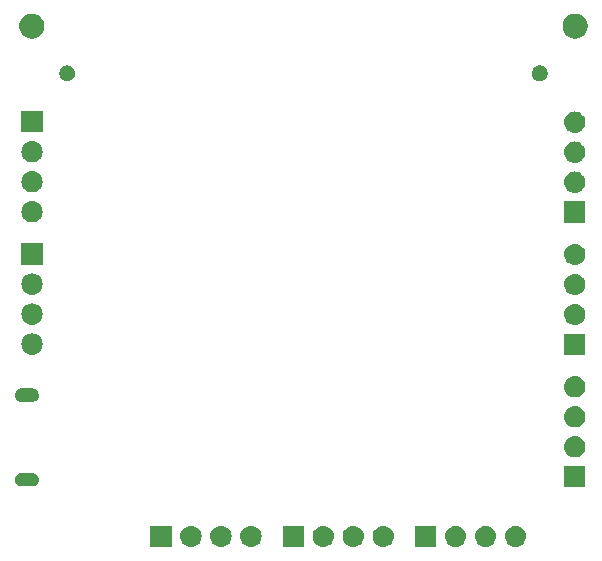
<source format=gbr>
G04 #@! TF.GenerationSoftware,KiCad,Pcbnew,(5.1.4)-1*
G04 #@! TF.CreationDate,2021-01-13T15:58:14-08:00*
G04 #@! TF.ProjectId,Fan Controller,46616e20-436f-46e7-9472-6f6c6c65722e,rev?*
G04 #@! TF.SameCoordinates,Original*
G04 #@! TF.FileFunction,Soldermask,Bot*
G04 #@! TF.FilePolarity,Negative*
%FSLAX46Y46*%
G04 Gerber Fmt 4.6, Leading zero omitted, Abs format (unit mm)*
G04 Created by KiCad (PCBNEW (5.1.4)-1) date 2021-01-13 15:58:14*
%MOMM*%
%LPD*%
G04 APERTURE LIST*
%ADD10C,0.100000*%
G04 APERTURE END LIST*
D10*
G36*
X67191843Y-93161719D02*
G01*
X67258027Y-93168237D01*
X67427866Y-93219757D01*
X67584391Y-93303422D01*
X67620129Y-93332752D01*
X67721586Y-93416014D01*
X67804848Y-93517471D01*
X67834178Y-93553209D01*
X67917843Y-93709734D01*
X67969363Y-93879573D01*
X67986759Y-94056200D01*
X67969363Y-94232827D01*
X67917843Y-94402666D01*
X67834178Y-94559191D01*
X67804848Y-94594929D01*
X67721586Y-94696386D01*
X67620129Y-94779648D01*
X67584391Y-94808978D01*
X67427866Y-94892643D01*
X67258027Y-94944163D01*
X67191842Y-94950682D01*
X67125660Y-94957200D01*
X67037140Y-94957200D01*
X66970958Y-94950682D01*
X66904773Y-94944163D01*
X66734934Y-94892643D01*
X66578409Y-94808978D01*
X66542671Y-94779648D01*
X66441214Y-94696386D01*
X66357952Y-94594929D01*
X66328622Y-94559191D01*
X66244957Y-94402666D01*
X66193437Y-94232827D01*
X66176041Y-94056200D01*
X66193437Y-93879573D01*
X66244957Y-93709734D01*
X66328622Y-93553209D01*
X66357952Y-93517471D01*
X66441214Y-93416014D01*
X66542671Y-93332752D01*
X66578409Y-93303422D01*
X66734934Y-93219757D01*
X66904773Y-93168237D01*
X66970957Y-93161719D01*
X67037140Y-93155200D01*
X67125660Y-93155200D01*
X67191843Y-93161719D01*
X67191843Y-93161719D01*
G37*
G36*
X92134643Y-93161719D02*
G01*
X92200827Y-93168237D01*
X92370666Y-93219757D01*
X92527191Y-93303422D01*
X92562929Y-93332752D01*
X92664386Y-93416014D01*
X92747648Y-93517471D01*
X92776978Y-93553209D01*
X92860643Y-93709734D01*
X92912163Y-93879573D01*
X92929559Y-94056200D01*
X92912163Y-94232827D01*
X92860643Y-94402666D01*
X92776978Y-94559191D01*
X92747648Y-94594929D01*
X92664386Y-94696386D01*
X92562929Y-94779648D01*
X92527191Y-94808978D01*
X92370666Y-94892643D01*
X92200827Y-94944163D01*
X92134642Y-94950682D01*
X92068460Y-94957200D01*
X91979940Y-94957200D01*
X91913758Y-94950682D01*
X91847573Y-94944163D01*
X91677734Y-94892643D01*
X91521209Y-94808978D01*
X91485471Y-94779648D01*
X91384014Y-94696386D01*
X91300752Y-94594929D01*
X91271422Y-94559191D01*
X91187757Y-94402666D01*
X91136237Y-94232827D01*
X91118841Y-94056200D01*
X91136237Y-93879573D01*
X91187757Y-93709734D01*
X91271422Y-93553209D01*
X91300752Y-93517471D01*
X91384014Y-93416014D01*
X91485471Y-93332752D01*
X91521209Y-93303422D01*
X91677734Y-93219757D01*
X91847573Y-93168237D01*
X91913757Y-93161719D01*
X91979940Y-93155200D01*
X92068460Y-93155200D01*
X92134643Y-93161719D01*
X92134643Y-93161719D01*
G37*
G36*
X65442400Y-94957200D02*
G01*
X63640400Y-94957200D01*
X63640400Y-93155200D01*
X65442400Y-93155200D01*
X65442400Y-94957200D01*
X65442400Y-94957200D01*
G37*
G36*
X69731843Y-93161719D02*
G01*
X69798027Y-93168237D01*
X69967866Y-93219757D01*
X70124391Y-93303422D01*
X70160129Y-93332752D01*
X70261586Y-93416014D01*
X70344848Y-93517471D01*
X70374178Y-93553209D01*
X70457843Y-93709734D01*
X70509363Y-93879573D01*
X70526759Y-94056200D01*
X70509363Y-94232827D01*
X70457843Y-94402666D01*
X70374178Y-94559191D01*
X70344848Y-94594929D01*
X70261586Y-94696386D01*
X70160129Y-94779648D01*
X70124391Y-94808978D01*
X69967866Y-94892643D01*
X69798027Y-94944163D01*
X69731842Y-94950682D01*
X69665660Y-94957200D01*
X69577140Y-94957200D01*
X69510958Y-94950682D01*
X69444773Y-94944163D01*
X69274934Y-94892643D01*
X69118409Y-94808978D01*
X69082671Y-94779648D01*
X68981214Y-94696386D01*
X68897952Y-94594929D01*
X68868622Y-94559191D01*
X68784957Y-94402666D01*
X68733437Y-94232827D01*
X68716041Y-94056200D01*
X68733437Y-93879573D01*
X68784957Y-93709734D01*
X68868622Y-93553209D01*
X68897952Y-93517471D01*
X68981214Y-93416014D01*
X69082671Y-93332752D01*
X69118409Y-93303422D01*
X69274934Y-93219757D01*
X69444773Y-93168237D01*
X69510957Y-93161719D01*
X69577140Y-93155200D01*
X69665660Y-93155200D01*
X69731843Y-93161719D01*
X69731843Y-93161719D01*
G37*
G36*
X94674643Y-93161719D02*
G01*
X94740827Y-93168237D01*
X94910666Y-93219757D01*
X95067191Y-93303422D01*
X95102929Y-93332752D01*
X95204386Y-93416014D01*
X95287648Y-93517471D01*
X95316978Y-93553209D01*
X95400643Y-93709734D01*
X95452163Y-93879573D01*
X95469559Y-94056200D01*
X95452163Y-94232827D01*
X95400643Y-94402666D01*
X95316978Y-94559191D01*
X95287648Y-94594929D01*
X95204386Y-94696386D01*
X95102929Y-94779648D01*
X95067191Y-94808978D01*
X94910666Y-94892643D01*
X94740827Y-94944163D01*
X94674642Y-94950682D01*
X94608460Y-94957200D01*
X94519940Y-94957200D01*
X94453758Y-94950682D01*
X94387573Y-94944163D01*
X94217734Y-94892643D01*
X94061209Y-94808978D01*
X94025471Y-94779648D01*
X93924014Y-94696386D01*
X93840752Y-94594929D01*
X93811422Y-94559191D01*
X93727757Y-94402666D01*
X93676237Y-94232827D01*
X93658841Y-94056200D01*
X93676237Y-93879573D01*
X93727757Y-93709734D01*
X93811422Y-93553209D01*
X93840752Y-93517471D01*
X93924014Y-93416014D01*
X94025471Y-93332752D01*
X94061209Y-93303422D01*
X94217734Y-93219757D01*
X94387573Y-93168237D01*
X94453757Y-93161719D01*
X94519940Y-93155200D01*
X94608460Y-93155200D01*
X94674643Y-93161719D01*
X94674643Y-93161719D01*
G37*
G36*
X89594643Y-93161719D02*
G01*
X89660827Y-93168237D01*
X89830666Y-93219757D01*
X89987191Y-93303422D01*
X90022929Y-93332752D01*
X90124386Y-93416014D01*
X90207648Y-93517471D01*
X90236978Y-93553209D01*
X90320643Y-93709734D01*
X90372163Y-93879573D01*
X90389559Y-94056200D01*
X90372163Y-94232827D01*
X90320643Y-94402666D01*
X90236978Y-94559191D01*
X90207648Y-94594929D01*
X90124386Y-94696386D01*
X90022929Y-94779648D01*
X89987191Y-94808978D01*
X89830666Y-94892643D01*
X89660827Y-94944163D01*
X89594642Y-94950682D01*
X89528460Y-94957200D01*
X89439940Y-94957200D01*
X89373758Y-94950682D01*
X89307573Y-94944163D01*
X89137734Y-94892643D01*
X88981209Y-94808978D01*
X88945471Y-94779648D01*
X88844014Y-94696386D01*
X88760752Y-94594929D01*
X88731422Y-94559191D01*
X88647757Y-94402666D01*
X88596237Y-94232827D01*
X88578841Y-94056200D01*
X88596237Y-93879573D01*
X88647757Y-93709734D01*
X88731422Y-93553209D01*
X88760752Y-93517471D01*
X88844014Y-93416014D01*
X88945471Y-93332752D01*
X88981209Y-93303422D01*
X89137734Y-93219757D01*
X89307573Y-93168237D01*
X89373757Y-93161719D01*
X89439940Y-93155200D01*
X89528460Y-93155200D01*
X89594643Y-93161719D01*
X89594643Y-93161719D01*
G37*
G36*
X87845200Y-94957200D02*
G01*
X86043200Y-94957200D01*
X86043200Y-93155200D01*
X87845200Y-93155200D01*
X87845200Y-94957200D01*
X87845200Y-94957200D01*
G37*
G36*
X83473243Y-93161719D02*
G01*
X83539427Y-93168237D01*
X83709266Y-93219757D01*
X83865791Y-93303422D01*
X83901529Y-93332752D01*
X84002986Y-93416014D01*
X84086248Y-93517471D01*
X84115578Y-93553209D01*
X84199243Y-93709734D01*
X84250763Y-93879573D01*
X84268159Y-94056200D01*
X84250763Y-94232827D01*
X84199243Y-94402666D01*
X84115578Y-94559191D01*
X84086248Y-94594929D01*
X84002986Y-94696386D01*
X83901529Y-94779648D01*
X83865791Y-94808978D01*
X83709266Y-94892643D01*
X83539427Y-94944163D01*
X83473242Y-94950682D01*
X83407060Y-94957200D01*
X83318540Y-94957200D01*
X83252358Y-94950682D01*
X83186173Y-94944163D01*
X83016334Y-94892643D01*
X82859809Y-94808978D01*
X82824071Y-94779648D01*
X82722614Y-94696386D01*
X82639352Y-94594929D01*
X82610022Y-94559191D01*
X82526357Y-94402666D01*
X82474837Y-94232827D01*
X82457441Y-94056200D01*
X82474837Y-93879573D01*
X82526357Y-93709734D01*
X82610022Y-93553209D01*
X82639352Y-93517471D01*
X82722614Y-93416014D01*
X82824071Y-93332752D01*
X82859809Y-93303422D01*
X83016334Y-93219757D01*
X83186173Y-93168237D01*
X83252357Y-93161719D01*
X83318540Y-93155200D01*
X83407060Y-93155200D01*
X83473243Y-93161719D01*
X83473243Y-93161719D01*
G37*
G36*
X80933243Y-93161719D02*
G01*
X80999427Y-93168237D01*
X81169266Y-93219757D01*
X81325791Y-93303422D01*
X81361529Y-93332752D01*
X81462986Y-93416014D01*
X81546248Y-93517471D01*
X81575578Y-93553209D01*
X81659243Y-93709734D01*
X81710763Y-93879573D01*
X81728159Y-94056200D01*
X81710763Y-94232827D01*
X81659243Y-94402666D01*
X81575578Y-94559191D01*
X81546248Y-94594929D01*
X81462986Y-94696386D01*
X81361529Y-94779648D01*
X81325791Y-94808978D01*
X81169266Y-94892643D01*
X80999427Y-94944163D01*
X80933242Y-94950682D01*
X80867060Y-94957200D01*
X80778540Y-94957200D01*
X80712358Y-94950682D01*
X80646173Y-94944163D01*
X80476334Y-94892643D01*
X80319809Y-94808978D01*
X80284071Y-94779648D01*
X80182614Y-94696386D01*
X80099352Y-94594929D01*
X80070022Y-94559191D01*
X79986357Y-94402666D01*
X79934837Y-94232827D01*
X79917441Y-94056200D01*
X79934837Y-93879573D01*
X79986357Y-93709734D01*
X80070022Y-93553209D01*
X80099352Y-93517471D01*
X80182614Y-93416014D01*
X80284071Y-93332752D01*
X80319809Y-93303422D01*
X80476334Y-93219757D01*
X80646173Y-93168237D01*
X80712357Y-93161719D01*
X80778540Y-93155200D01*
X80867060Y-93155200D01*
X80933243Y-93161719D01*
X80933243Y-93161719D01*
G37*
G36*
X78393243Y-93161719D02*
G01*
X78459427Y-93168237D01*
X78629266Y-93219757D01*
X78785791Y-93303422D01*
X78821529Y-93332752D01*
X78922986Y-93416014D01*
X79006248Y-93517471D01*
X79035578Y-93553209D01*
X79119243Y-93709734D01*
X79170763Y-93879573D01*
X79188159Y-94056200D01*
X79170763Y-94232827D01*
X79119243Y-94402666D01*
X79035578Y-94559191D01*
X79006248Y-94594929D01*
X78922986Y-94696386D01*
X78821529Y-94779648D01*
X78785791Y-94808978D01*
X78629266Y-94892643D01*
X78459427Y-94944163D01*
X78393242Y-94950682D01*
X78327060Y-94957200D01*
X78238540Y-94957200D01*
X78172358Y-94950682D01*
X78106173Y-94944163D01*
X77936334Y-94892643D01*
X77779809Y-94808978D01*
X77744071Y-94779648D01*
X77642614Y-94696386D01*
X77559352Y-94594929D01*
X77530022Y-94559191D01*
X77446357Y-94402666D01*
X77394837Y-94232827D01*
X77377441Y-94056200D01*
X77394837Y-93879573D01*
X77446357Y-93709734D01*
X77530022Y-93553209D01*
X77559352Y-93517471D01*
X77642614Y-93416014D01*
X77744071Y-93332752D01*
X77779809Y-93303422D01*
X77936334Y-93219757D01*
X78106173Y-93168237D01*
X78172357Y-93161719D01*
X78238540Y-93155200D01*
X78327060Y-93155200D01*
X78393243Y-93161719D01*
X78393243Y-93161719D01*
G37*
G36*
X76643800Y-94957200D02*
G01*
X74841800Y-94957200D01*
X74841800Y-93155200D01*
X76643800Y-93155200D01*
X76643800Y-94957200D01*
X76643800Y-94957200D01*
G37*
G36*
X72271843Y-93161719D02*
G01*
X72338027Y-93168237D01*
X72507866Y-93219757D01*
X72664391Y-93303422D01*
X72700129Y-93332752D01*
X72801586Y-93416014D01*
X72884848Y-93517471D01*
X72914178Y-93553209D01*
X72997843Y-93709734D01*
X73049363Y-93879573D01*
X73066759Y-94056200D01*
X73049363Y-94232827D01*
X72997843Y-94402666D01*
X72914178Y-94559191D01*
X72884848Y-94594929D01*
X72801586Y-94696386D01*
X72700129Y-94779648D01*
X72664391Y-94808978D01*
X72507866Y-94892643D01*
X72338027Y-94944163D01*
X72271842Y-94950682D01*
X72205660Y-94957200D01*
X72117140Y-94957200D01*
X72050958Y-94950682D01*
X71984773Y-94944163D01*
X71814934Y-94892643D01*
X71658409Y-94808978D01*
X71622671Y-94779648D01*
X71521214Y-94696386D01*
X71437952Y-94594929D01*
X71408622Y-94559191D01*
X71324957Y-94402666D01*
X71273437Y-94232827D01*
X71256041Y-94056200D01*
X71273437Y-93879573D01*
X71324957Y-93709734D01*
X71408622Y-93553209D01*
X71437952Y-93517471D01*
X71521214Y-93416014D01*
X71622671Y-93332752D01*
X71658409Y-93303422D01*
X71814934Y-93219757D01*
X71984773Y-93168237D01*
X72050957Y-93161719D01*
X72117140Y-93155200D01*
X72205660Y-93155200D01*
X72271843Y-93161719D01*
X72271843Y-93161719D01*
G37*
G36*
X100473000Y-89901200D02*
G01*
X98671000Y-89901200D01*
X98671000Y-88099200D01*
X100473000Y-88099200D01*
X100473000Y-89901200D01*
X100473000Y-89901200D01*
G37*
G36*
X53719316Y-88681534D02*
G01*
X53827892Y-88714471D01*
X53827895Y-88714472D01*
X53864001Y-88733771D01*
X53927957Y-88767956D01*
X54015664Y-88839936D01*
X54087644Y-88927643D01*
X54121829Y-88991599D01*
X54141128Y-89027705D01*
X54141129Y-89027708D01*
X54174066Y-89136284D01*
X54185187Y-89249200D01*
X54174066Y-89362116D01*
X54141129Y-89470692D01*
X54141128Y-89470695D01*
X54121829Y-89506801D01*
X54087644Y-89570757D01*
X54015664Y-89658464D01*
X53927957Y-89730444D01*
X53864001Y-89764629D01*
X53827895Y-89783928D01*
X53827892Y-89783929D01*
X53719316Y-89816866D01*
X53634698Y-89825200D01*
X52728102Y-89825200D01*
X52643484Y-89816866D01*
X52534908Y-89783929D01*
X52534905Y-89783928D01*
X52498799Y-89764629D01*
X52434843Y-89730444D01*
X52347136Y-89658464D01*
X52275156Y-89570757D01*
X52240971Y-89506801D01*
X52221672Y-89470695D01*
X52221671Y-89470692D01*
X52188734Y-89362116D01*
X52177613Y-89249200D01*
X52188734Y-89136284D01*
X52221671Y-89027708D01*
X52221672Y-89027705D01*
X52240971Y-88991599D01*
X52275156Y-88927643D01*
X52347136Y-88839936D01*
X52434843Y-88767956D01*
X52498799Y-88733771D01*
X52534905Y-88714472D01*
X52534908Y-88714471D01*
X52643484Y-88681534D01*
X52728102Y-88673200D01*
X53634698Y-88673200D01*
X53719316Y-88681534D01*
X53719316Y-88681534D01*
G37*
G36*
X99682442Y-85565718D02*
G01*
X99748627Y-85572237D01*
X99918466Y-85623757D01*
X100074991Y-85707422D01*
X100110729Y-85736752D01*
X100212186Y-85820014D01*
X100295448Y-85921471D01*
X100324778Y-85957209D01*
X100408443Y-86113734D01*
X100459963Y-86283573D01*
X100477359Y-86460200D01*
X100459963Y-86636827D01*
X100408443Y-86806666D01*
X100324778Y-86963191D01*
X100295448Y-86998929D01*
X100212186Y-87100386D01*
X100110729Y-87183648D01*
X100074991Y-87212978D01*
X99918466Y-87296643D01*
X99748627Y-87348163D01*
X99682443Y-87354681D01*
X99616260Y-87361200D01*
X99527740Y-87361200D01*
X99461557Y-87354681D01*
X99395373Y-87348163D01*
X99225534Y-87296643D01*
X99069009Y-87212978D01*
X99033271Y-87183648D01*
X98931814Y-87100386D01*
X98848552Y-86998929D01*
X98819222Y-86963191D01*
X98735557Y-86806666D01*
X98684037Y-86636827D01*
X98666641Y-86460200D01*
X98684037Y-86283573D01*
X98735557Y-86113734D01*
X98819222Y-85957209D01*
X98848552Y-85921471D01*
X98931814Y-85820014D01*
X99033271Y-85736752D01*
X99069009Y-85707422D01*
X99225534Y-85623757D01*
X99395373Y-85572237D01*
X99461558Y-85565718D01*
X99527740Y-85559200D01*
X99616260Y-85559200D01*
X99682442Y-85565718D01*
X99682442Y-85565718D01*
G37*
G36*
X99682443Y-83025719D02*
G01*
X99748627Y-83032237D01*
X99918466Y-83083757D01*
X100074991Y-83167422D01*
X100110729Y-83196752D01*
X100212186Y-83280014D01*
X100295448Y-83381471D01*
X100324778Y-83417209D01*
X100408443Y-83573734D01*
X100459963Y-83743573D01*
X100477359Y-83920200D01*
X100459963Y-84096827D01*
X100408443Y-84266666D01*
X100324778Y-84423191D01*
X100295448Y-84458929D01*
X100212186Y-84560386D01*
X100110729Y-84643648D01*
X100074991Y-84672978D01*
X99918466Y-84756643D01*
X99748627Y-84808163D01*
X99682443Y-84814681D01*
X99616260Y-84821200D01*
X99527740Y-84821200D01*
X99461557Y-84814681D01*
X99395373Y-84808163D01*
X99225534Y-84756643D01*
X99069009Y-84672978D01*
X99033271Y-84643648D01*
X98931814Y-84560386D01*
X98848552Y-84458929D01*
X98819222Y-84423191D01*
X98735557Y-84266666D01*
X98684037Y-84096827D01*
X98666641Y-83920200D01*
X98684037Y-83743573D01*
X98735557Y-83573734D01*
X98819222Y-83417209D01*
X98848552Y-83381471D01*
X98931814Y-83280014D01*
X99033271Y-83196752D01*
X99069009Y-83167422D01*
X99225534Y-83083757D01*
X99395373Y-83032237D01*
X99461557Y-83025719D01*
X99527740Y-83019200D01*
X99616260Y-83019200D01*
X99682443Y-83025719D01*
X99682443Y-83025719D01*
G37*
G36*
X53719316Y-81531534D02*
G01*
X53827892Y-81564471D01*
X53827895Y-81564472D01*
X53864001Y-81583771D01*
X53927957Y-81617956D01*
X54015664Y-81689936D01*
X54087644Y-81777643D01*
X54121829Y-81841599D01*
X54141128Y-81877705D01*
X54141129Y-81877708D01*
X54174066Y-81986284D01*
X54185187Y-82099200D01*
X54174066Y-82212116D01*
X54141129Y-82320692D01*
X54141128Y-82320695D01*
X54121829Y-82356801D01*
X54087644Y-82420757D01*
X54015664Y-82508464D01*
X53927957Y-82580444D01*
X53864001Y-82614629D01*
X53827895Y-82633928D01*
X53827892Y-82633929D01*
X53719316Y-82666866D01*
X53634698Y-82675200D01*
X52728102Y-82675200D01*
X52643484Y-82666866D01*
X52534908Y-82633929D01*
X52534905Y-82633928D01*
X52498799Y-82614629D01*
X52434843Y-82580444D01*
X52347136Y-82508464D01*
X52275156Y-82420757D01*
X52240971Y-82356801D01*
X52221672Y-82320695D01*
X52221671Y-82320692D01*
X52188734Y-82212116D01*
X52177613Y-82099200D01*
X52188734Y-81986284D01*
X52221671Y-81877708D01*
X52221672Y-81877705D01*
X52240971Y-81841599D01*
X52275156Y-81777643D01*
X52347136Y-81689936D01*
X52434843Y-81617956D01*
X52498799Y-81583771D01*
X52534905Y-81564472D01*
X52534908Y-81564471D01*
X52643484Y-81531534D01*
X52728102Y-81523200D01*
X53634698Y-81523200D01*
X53719316Y-81531534D01*
X53719316Y-81531534D01*
G37*
G36*
X99682443Y-80485719D02*
G01*
X99748627Y-80492237D01*
X99918466Y-80543757D01*
X100074991Y-80627422D01*
X100110729Y-80656752D01*
X100212186Y-80740014D01*
X100295448Y-80841471D01*
X100324778Y-80877209D01*
X100408443Y-81033734D01*
X100459963Y-81203573D01*
X100477359Y-81380200D01*
X100459963Y-81556827D01*
X100408443Y-81726666D01*
X100324778Y-81883191D01*
X100295448Y-81918929D01*
X100212186Y-82020386D01*
X100116149Y-82099200D01*
X100074991Y-82132978D01*
X99918466Y-82216643D01*
X99748627Y-82268163D01*
X99682442Y-82274682D01*
X99616260Y-82281200D01*
X99527740Y-82281200D01*
X99461558Y-82274682D01*
X99395373Y-82268163D01*
X99225534Y-82216643D01*
X99069009Y-82132978D01*
X99027851Y-82099200D01*
X98931814Y-82020386D01*
X98848552Y-81918929D01*
X98819222Y-81883191D01*
X98735557Y-81726666D01*
X98684037Y-81556827D01*
X98666641Y-81380200D01*
X98684037Y-81203573D01*
X98735557Y-81033734D01*
X98819222Y-80877209D01*
X98848552Y-80841471D01*
X98931814Y-80740014D01*
X99033271Y-80656752D01*
X99069009Y-80627422D01*
X99225534Y-80543757D01*
X99395373Y-80492237D01*
X99461557Y-80485719D01*
X99527740Y-80479200D01*
X99616260Y-80479200D01*
X99682443Y-80485719D01*
X99682443Y-80485719D01*
G37*
G36*
X100473000Y-78701200D02*
G01*
X98671000Y-78701200D01*
X98671000Y-76899200D01*
X100473000Y-76899200D01*
X100473000Y-78701200D01*
X100473000Y-78701200D01*
G37*
G36*
X53732443Y-76875719D02*
G01*
X53798627Y-76882237D01*
X53968466Y-76933757D01*
X54124991Y-77017422D01*
X54160729Y-77046752D01*
X54262186Y-77130014D01*
X54345448Y-77231471D01*
X54374778Y-77267209D01*
X54458443Y-77423734D01*
X54509963Y-77593573D01*
X54527359Y-77770200D01*
X54509963Y-77946827D01*
X54458443Y-78116666D01*
X54374778Y-78273191D01*
X54345448Y-78308929D01*
X54262186Y-78410386D01*
X54160729Y-78493648D01*
X54124991Y-78522978D01*
X53968466Y-78606643D01*
X53798627Y-78658163D01*
X53732443Y-78664681D01*
X53666260Y-78671200D01*
X53577740Y-78671200D01*
X53511557Y-78664681D01*
X53445373Y-78658163D01*
X53275534Y-78606643D01*
X53119009Y-78522978D01*
X53083271Y-78493648D01*
X52981814Y-78410386D01*
X52898552Y-78308929D01*
X52869222Y-78273191D01*
X52785557Y-78116666D01*
X52734037Y-77946827D01*
X52716641Y-77770200D01*
X52734037Y-77593573D01*
X52785557Y-77423734D01*
X52869222Y-77267209D01*
X52898552Y-77231471D01*
X52981814Y-77130014D01*
X53083271Y-77046752D01*
X53119009Y-77017422D01*
X53275534Y-76933757D01*
X53445373Y-76882237D01*
X53511557Y-76875719D01*
X53577740Y-76869200D01*
X53666260Y-76869200D01*
X53732443Y-76875719D01*
X53732443Y-76875719D01*
G37*
G36*
X99682442Y-74365718D02*
G01*
X99748627Y-74372237D01*
X99918466Y-74423757D01*
X100074991Y-74507422D01*
X100110729Y-74536752D01*
X100212186Y-74620014D01*
X100295448Y-74721471D01*
X100324778Y-74757209D01*
X100324779Y-74757211D01*
X100392407Y-74883732D01*
X100408443Y-74913734D01*
X100459963Y-75083573D01*
X100477359Y-75260200D01*
X100459963Y-75436827D01*
X100408443Y-75606666D01*
X100324778Y-75763191D01*
X100295448Y-75798929D01*
X100212186Y-75900386D01*
X100111546Y-75982978D01*
X100074991Y-76012978D01*
X100074989Y-76012979D01*
X99974594Y-76066642D01*
X99918466Y-76096643D01*
X99748627Y-76148163D01*
X99682442Y-76154682D01*
X99616260Y-76161200D01*
X99527740Y-76161200D01*
X99461558Y-76154682D01*
X99395373Y-76148163D01*
X99225534Y-76096643D01*
X99169407Y-76066642D01*
X99069011Y-76012979D01*
X99069009Y-76012978D01*
X99032454Y-75982978D01*
X98931814Y-75900386D01*
X98848552Y-75798929D01*
X98819222Y-75763191D01*
X98735557Y-75606666D01*
X98684037Y-75436827D01*
X98666641Y-75260200D01*
X98684037Y-75083573D01*
X98735557Y-74913734D01*
X98751594Y-74883732D01*
X98819221Y-74757211D01*
X98819222Y-74757209D01*
X98848552Y-74721471D01*
X98931814Y-74620014D01*
X99033271Y-74536752D01*
X99069009Y-74507422D01*
X99225534Y-74423757D01*
X99395373Y-74372237D01*
X99461558Y-74365718D01*
X99527740Y-74359200D01*
X99616260Y-74359200D01*
X99682442Y-74365718D01*
X99682442Y-74365718D01*
G37*
G36*
X53732442Y-74335718D02*
G01*
X53798627Y-74342237D01*
X53968466Y-74393757D01*
X53968468Y-74393758D01*
X54046729Y-74435590D01*
X54124991Y-74477422D01*
X54160729Y-74506752D01*
X54262186Y-74590014D01*
X54345448Y-74691471D01*
X54374778Y-74727209D01*
X54458443Y-74883734D01*
X54509963Y-75053573D01*
X54527359Y-75230200D01*
X54509963Y-75406827D01*
X54458443Y-75576666D01*
X54458442Y-75576668D01*
X54416611Y-75654928D01*
X54374778Y-75733191D01*
X54350159Y-75763189D01*
X54262186Y-75870386D01*
X54160729Y-75953648D01*
X54124991Y-75982978D01*
X53968466Y-76066643D01*
X53798627Y-76118163D01*
X53732443Y-76124681D01*
X53666260Y-76131200D01*
X53577740Y-76131200D01*
X53511557Y-76124681D01*
X53445373Y-76118163D01*
X53275534Y-76066643D01*
X53119009Y-75982978D01*
X53083271Y-75953648D01*
X52981814Y-75870386D01*
X52893841Y-75763189D01*
X52869222Y-75733191D01*
X52827389Y-75654928D01*
X52785558Y-75576668D01*
X52785557Y-75576666D01*
X52734037Y-75406827D01*
X52716641Y-75230200D01*
X52734037Y-75053573D01*
X52785557Y-74883734D01*
X52869222Y-74727209D01*
X52898552Y-74691471D01*
X52981814Y-74590014D01*
X53083271Y-74506752D01*
X53119009Y-74477422D01*
X53197271Y-74435590D01*
X53275532Y-74393758D01*
X53275534Y-74393757D01*
X53445373Y-74342237D01*
X53511558Y-74335718D01*
X53577740Y-74329200D01*
X53666260Y-74329200D01*
X53732442Y-74335718D01*
X53732442Y-74335718D01*
G37*
G36*
X99682442Y-71825718D02*
G01*
X99748627Y-71832237D01*
X99918466Y-71883757D01*
X100074991Y-71967422D01*
X100110729Y-71996752D01*
X100212186Y-72080014D01*
X100295448Y-72181471D01*
X100324778Y-72217209D01*
X100324779Y-72217211D01*
X100392407Y-72343732D01*
X100408443Y-72373734D01*
X100459963Y-72543573D01*
X100477359Y-72720200D01*
X100459963Y-72896827D01*
X100408443Y-73066666D01*
X100324778Y-73223191D01*
X100295448Y-73258929D01*
X100212186Y-73360386D01*
X100111546Y-73442978D01*
X100074991Y-73472978D01*
X100074989Y-73472979D01*
X99974594Y-73526642D01*
X99918466Y-73556643D01*
X99748627Y-73608163D01*
X99682443Y-73614681D01*
X99616260Y-73621200D01*
X99527740Y-73621200D01*
X99461557Y-73614681D01*
X99395373Y-73608163D01*
X99225534Y-73556643D01*
X99169407Y-73526642D01*
X99069011Y-73472979D01*
X99069009Y-73472978D01*
X99032454Y-73442978D01*
X98931814Y-73360386D01*
X98848552Y-73258929D01*
X98819222Y-73223191D01*
X98735557Y-73066666D01*
X98684037Y-72896827D01*
X98666641Y-72720200D01*
X98684037Y-72543573D01*
X98735557Y-72373734D01*
X98751594Y-72343732D01*
X98819221Y-72217211D01*
X98819222Y-72217209D01*
X98848552Y-72181471D01*
X98931814Y-72080014D01*
X99033271Y-71996752D01*
X99069009Y-71967422D01*
X99225534Y-71883757D01*
X99395373Y-71832237D01*
X99461558Y-71825718D01*
X99527740Y-71819200D01*
X99616260Y-71819200D01*
X99682442Y-71825718D01*
X99682442Y-71825718D01*
G37*
G36*
X53732443Y-71795719D02*
G01*
X53798627Y-71802237D01*
X53968466Y-71853757D01*
X53968468Y-71853758D01*
X54046729Y-71895590D01*
X54124991Y-71937422D01*
X54160729Y-71966752D01*
X54262186Y-72050014D01*
X54345448Y-72151471D01*
X54374778Y-72187209D01*
X54458443Y-72343734D01*
X54509963Y-72513573D01*
X54527359Y-72690200D01*
X54509963Y-72866827D01*
X54458443Y-73036666D01*
X54458442Y-73036668D01*
X54416611Y-73114928D01*
X54374778Y-73193191D01*
X54350159Y-73223189D01*
X54262186Y-73330386D01*
X54160729Y-73413648D01*
X54124991Y-73442978D01*
X53968466Y-73526643D01*
X53798627Y-73578163D01*
X53732443Y-73584681D01*
X53666260Y-73591200D01*
X53577740Y-73591200D01*
X53511557Y-73584681D01*
X53445373Y-73578163D01*
X53275534Y-73526643D01*
X53119009Y-73442978D01*
X53083271Y-73413648D01*
X52981814Y-73330386D01*
X52893841Y-73223189D01*
X52869222Y-73193191D01*
X52827389Y-73114928D01*
X52785558Y-73036668D01*
X52785557Y-73036666D01*
X52734037Y-72866827D01*
X52716641Y-72690200D01*
X52734037Y-72513573D01*
X52785557Y-72343734D01*
X52869222Y-72187209D01*
X52898552Y-72151471D01*
X52981814Y-72050014D01*
X53083271Y-71966752D01*
X53119009Y-71937422D01*
X53197271Y-71895590D01*
X53275532Y-71853758D01*
X53275534Y-71853757D01*
X53445373Y-71802237D01*
X53511557Y-71795719D01*
X53577740Y-71789200D01*
X53666260Y-71789200D01*
X53732443Y-71795719D01*
X53732443Y-71795719D01*
G37*
G36*
X99682443Y-69285719D02*
G01*
X99748627Y-69292237D01*
X99918466Y-69343757D01*
X100074991Y-69427422D01*
X100110729Y-69456752D01*
X100212186Y-69540014D01*
X100295448Y-69641471D01*
X100324778Y-69677209D01*
X100408443Y-69833734D01*
X100459963Y-70003573D01*
X100477359Y-70180200D01*
X100459963Y-70356827D01*
X100408443Y-70526666D01*
X100324778Y-70683191D01*
X100295448Y-70718929D01*
X100212186Y-70820386D01*
X100110729Y-70903648D01*
X100074991Y-70932978D01*
X99918466Y-71016643D01*
X99748627Y-71068163D01*
X99682442Y-71074682D01*
X99616260Y-71081200D01*
X99527740Y-71081200D01*
X99461558Y-71074682D01*
X99395373Y-71068163D01*
X99225534Y-71016643D01*
X99069009Y-70932978D01*
X99033271Y-70903648D01*
X98931814Y-70820386D01*
X98848552Y-70718929D01*
X98819222Y-70683191D01*
X98735557Y-70526666D01*
X98684037Y-70356827D01*
X98666641Y-70180200D01*
X98684037Y-70003573D01*
X98735557Y-69833734D01*
X98819222Y-69677209D01*
X98848552Y-69641471D01*
X98931814Y-69540014D01*
X99033271Y-69456752D01*
X99069009Y-69427422D01*
X99225534Y-69343757D01*
X99395373Y-69292237D01*
X99461557Y-69285719D01*
X99527740Y-69279200D01*
X99616260Y-69279200D01*
X99682443Y-69285719D01*
X99682443Y-69285719D01*
G37*
G36*
X54523000Y-71051200D02*
G01*
X52721000Y-71051200D01*
X52721000Y-69249200D01*
X54523000Y-69249200D01*
X54523000Y-71051200D01*
X54523000Y-71051200D01*
G37*
G36*
X100473000Y-67501200D02*
G01*
X98671000Y-67501200D01*
X98671000Y-65699200D01*
X100473000Y-65699200D01*
X100473000Y-67501200D01*
X100473000Y-67501200D01*
G37*
G36*
X53732442Y-65675718D02*
G01*
X53798627Y-65682237D01*
X53968466Y-65733757D01*
X54124991Y-65817422D01*
X54160729Y-65846752D01*
X54262186Y-65930014D01*
X54345448Y-66031471D01*
X54374778Y-66067209D01*
X54458443Y-66223734D01*
X54509963Y-66393573D01*
X54527359Y-66570200D01*
X54509963Y-66746827D01*
X54458443Y-66916666D01*
X54374778Y-67073191D01*
X54345448Y-67108929D01*
X54262186Y-67210386D01*
X54160729Y-67293648D01*
X54124991Y-67322978D01*
X53968466Y-67406643D01*
X53798627Y-67458163D01*
X53732443Y-67464681D01*
X53666260Y-67471200D01*
X53577740Y-67471200D01*
X53511557Y-67464681D01*
X53445373Y-67458163D01*
X53275534Y-67406643D01*
X53119009Y-67322978D01*
X53083271Y-67293648D01*
X52981814Y-67210386D01*
X52898552Y-67108929D01*
X52869222Y-67073191D01*
X52785557Y-66916666D01*
X52734037Y-66746827D01*
X52716641Y-66570200D01*
X52734037Y-66393573D01*
X52785557Y-66223734D01*
X52869222Y-66067209D01*
X52898552Y-66031471D01*
X52981814Y-65930014D01*
X53083271Y-65846752D01*
X53119009Y-65817422D01*
X53275534Y-65733757D01*
X53445373Y-65682237D01*
X53511558Y-65675718D01*
X53577740Y-65669200D01*
X53666260Y-65669200D01*
X53732442Y-65675718D01*
X53732442Y-65675718D01*
G37*
G36*
X99682443Y-63165719D02*
G01*
X99748627Y-63172237D01*
X99918466Y-63223757D01*
X100074991Y-63307422D01*
X100110729Y-63336752D01*
X100212186Y-63420014D01*
X100295448Y-63521471D01*
X100324778Y-63557209D01*
X100324779Y-63557211D01*
X100392407Y-63683732D01*
X100408443Y-63713734D01*
X100459963Y-63883573D01*
X100477359Y-64060200D01*
X100459963Y-64236827D01*
X100408443Y-64406666D01*
X100324778Y-64563191D01*
X100295448Y-64598929D01*
X100212186Y-64700386D01*
X100111546Y-64782978D01*
X100074991Y-64812978D01*
X100074989Y-64812979D01*
X99974594Y-64866642D01*
X99918466Y-64896643D01*
X99748627Y-64948163D01*
X99682443Y-64954681D01*
X99616260Y-64961200D01*
X99527740Y-64961200D01*
X99461557Y-64954681D01*
X99395373Y-64948163D01*
X99225534Y-64896643D01*
X99169407Y-64866642D01*
X99069011Y-64812979D01*
X99069009Y-64812978D01*
X99032454Y-64782978D01*
X98931814Y-64700386D01*
X98848552Y-64598929D01*
X98819222Y-64563191D01*
X98735557Y-64406666D01*
X98684037Y-64236827D01*
X98666641Y-64060200D01*
X98684037Y-63883573D01*
X98735557Y-63713734D01*
X98751594Y-63683732D01*
X98819221Y-63557211D01*
X98819222Y-63557209D01*
X98848552Y-63521471D01*
X98931814Y-63420014D01*
X99033271Y-63336752D01*
X99069009Y-63307422D01*
X99225534Y-63223757D01*
X99395373Y-63172237D01*
X99461557Y-63165719D01*
X99527740Y-63159200D01*
X99616260Y-63159200D01*
X99682443Y-63165719D01*
X99682443Y-63165719D01*
G37*
G36*
X53732443Y-63135719D02*
G01*
X53798627Y-63142237D01*
X53968466Y-63193757D01*
X53968468Y-63193758D01*
X54046729Y-63235590D01*
X54124991Y-63277422D01*
X54160729Y-63306752D01*
X54262186Y-63390014D01*
X54345448Y-63491471D01*
X54374778Y-63527209D01*
X54458443Y-63683734D01*
X54509963Y-63853573D01*
X54527359Y-64030200D01*
X54509963Y-64206827D01*
X54458443Y-64376666D01*
X54458442Y-64376668D01*
X54416611Y-64454928D01*
X54374778Y-64533191D01*
X54350159Y-64563189D01*
X54262186Y-64670386D01*
X54160729Y-64753648D01*
X54124991Y-64782978D01*
X53968466Y-64866643D01*
X53798627Y-64918163D01*
X53732442Y-64924682D01*
X53666260Y-64931200D01*
X53577740Y-64931200D01*
X53511558Y-64924682D01*
X53445373Y-64918163D01*
X53275534Y-64866643D01*
X53119009Y-64782978D01*
X53083271Y-64753648D01*
X52981814Y-64670386D01*
X52893841Y-64563189D01*
X52869222Y-64533191D01*
X52827389Y-64454928D01*
X52785558Y-64376668D01*
X52785557Y-64376666D01*
X52734037Y-64206827D01*
X52716641Y-64030200D01*
X52734037Y-63853573D01*
X52785557Y-63683734D01*
X52869222Y-63527209D01*
X52898552Y-63491471D01*
X52981814Y-63390014D01*
X53083271Y-63306752D01*
X53119009Y-63277422D01*
X53197271Y-63235590D01*
X53275532Y-63193758D01*
X53275534Y-63193757D01*
X53445373Y-63142237D01*
X53511557Y-63135719D01*
X53577740Y-63129200D01*
X53666260Y-63129200D01*
X53732443Y-63135719D01*
X53732443Y-63135719D01*
G37*
G36*
X99682443Y-60625719D02*
G01*
X99748627Y-60632237D01*
X99918466Y-60683757D01*
X100074991Y-60767422D01*
X100110729Y-60796752D01*
X100212186Y-60880014D01*
X100295448Y-60981471D01*
X100324778Y-61017209D01*
X100324779Y-61017211D01*
X100392407Y-61143732D01*
X100408443Y-61173734D01*
X100459963Y-61343573D01*
X100477359Y-61520200D01*
X100459963Y-61696827D01*
X100408443Y-61866666D01*
X100324778Y-62023191D01*
X100295448Y-62058929D01*
X100212186Y-62160386D01*
X100111546Y-62242978D01*
X100074991Y-62272978D01*
X100074989Y-62272979D01*
X99974594Y-62326642D01*
X99918466Y-62356643D01*
X99748627Y-62408163D01*
X99682442Y-62414682D01*
X99616260Y-62421200D01*
X99527740Y-62421200D01*
X99461558Y-62414682D01*
X99395373Y-62408163D01*
X99225534Y-62356643D01*
X99169407Y-62326642D01*
X99069011Y-62272979D01*
X99069009Y-62272978D01*
X99032454Y-62242978D01*
X98931814Y-62160386D01*
X98848552Y-62058929D01*
X98819222Y-62023191D01*
X98735557Y-61866666D01*
X98684037Y-61696827D01*
X98666641Y-61520200D01*
X98684037Y-61343573D01*
X98735557Y-61173734D01*
X98751594Y-61143732D01*
X98819221Y-61017211D01*
X98819222Y-61017209D01*
X98848552Y-60981471D01*
X98931814Y-60880014D01*
X99033271Y-60796752D01*
X99069009Y-60767422D01*
X99225534Y-60683757D01*
X99395373Y-60632237D01*
X99461557Y-60625719D01*
X99527740Y-60619200D01*
X99616260Y-60619200D01*
X99682443Y-60625719D01*
X99682443Y-60625719D01*
G37*
G36*
X53732442Y-60595718D02*
G01*
X53798627Y-60602237D01*
X53968466Y-60653757D01*
X53968468Y-60653758D01*
X54046729Y-60695590D01*
X54124991Y-60737422D01*
X54160729Y-60766752D01*
X54262186Y-60850014D01*
X54345448Y-60951471D01*
X54374778Y-60987209D01*
X54458443Y-61143734D01*
X54509963Y-61313573D01*
X54527359Y-61490200D01*
X54509963Y-61666827D01*
X54458443Y-61836666D01*
X54458442Y-61836668D01*
X54416611Y-61914928D01*
X54374778Y-61993191D01*
X54350159Y-62023189D01*
X54262186Y-62130386D01*
X54160729Y-62213648D01*
X54124991Y-62242978D01*
X53968466Y-62326643D01*
X53798627Y-62378163D01*
X53732442Y-62384682D01*
X53666260Y-62391200D01*
X53577740Y-62391200D01*
X53511558Y-62384682D01*
X53445373Y-62378163D01*
X53275534Y-62326643D01*
X53119009Y-62242978D01*
X53083271Y-62213648D01*
X52981814Y-62130386D01*
X52893841Y-62023189D01*
X52869222Y-61993191D01*
X52827390Y-61914929D01*
X52785558Y-61836668D01*
X52785557Y-61836666D01*
X52734037Y-61666827D01*
X52716641Y-61490200D01*
X52734037Y-61313573D01*
X52785557Y-61143734D01*
X52869222Y-60987209D01*
X52898552Y-60951471D01*
X52981814Y-60850014D01*
X53083271Y-60766752D01*
X53119009Y-60737422D01*
X53197271Y-60695590D01*
X53275532Y-60653758D01*
X53275534Y-60653757D01*
X53445373Y-60602237D01*
X53511558Y-60595718D01*
X53577740Y-60589200D01*
X53666260Y-60589200D01*
X53732442Y-60595718D01*
X53732442Y-60595718D01*
G37*
G36*
X99682443Y-58085719D02*
G01*
X99748627Y-58092237D01*
X99918466Y-58143757D01*
X100074991Y-58227422D01*
X100110729Y-58256752D01*
X100212186Y-58340014D01*
X100295448Y-58441471D01*
X100324778Y-58477209D01*
X100408443Y-58633734D01*
X100459963Y-58803573D01*
X100477359Y-58980200D01*
X100459963Y-59156827D01*
X100408443Y-59326666D01*
X100324778Y-59483191D01*
X100295448Y-59518929D01*
X100212186Y-59620386D01*
X100110729Y-59703648D01*
X100074991Y-59732978D01*
X99918466Y-59816643D01*
X99748627Y-59868163D01*
X99682442Y-59874682D01*
X99616260Y-59881200D01*
X99527740Y-59881200D01*
X99461558Y-59874682D01*
X99395373Y-59868163D01*
X99225534Y-59816643D01*
X99069009Y-59732978D01*
X99033271Y-59703648D01*
X98931814Y-59620386D01*
X98848552Y-59518929D01*
X98819222Y-59483191D01*
X98735557Y-59326666D01*
X98684037Y-59156827D01*
X98666641Y-58980200D01*
X98684037Y-58803573D01*
X98735557Y-58633734D01*
X98819222Y-58477209D01*
X98848552Y-58441471D01*
X98931814Y-58340014D01*
X99033271Y-58256752D01*
X99069009Y-58227422D01*
X99225534Y-58143757D01*
X99395373Y-58092237D01*
X99461557Y-58085719D01*
X99527740Y-58079200D01*
X99616260Y-58079200D01*
X99682443Y-58085719D01*
X99682443Y-58085719D01*
G37*
G36*
X54523000Y-59851200D02*
G01*
X52721000Y-59851200D01*
X52721000Y-58049200D01*
X54523000Y-58049200D01*
X54523000Y-59851200D01*
X54523000Y-59851200D01*
G37*
G36*
X56796396Y-54205873D02*
G01*
X56918929Y-54256627D01*
X57029204Y-54330311D01*
X57122990Y-54424097D01*
X57196674Y-54534372D01*
X57247428Y-54656905D01*
X57273302Y-54786983D01*
X57273302Y-54919615D01*
X57247428Y-55049693D01*
X57196674Y-55172226D01*
X57122990Y-55282501D01*
X57029204Y-55376287D01*
X56918929Y-55449971D01*
X56796396Y-55500725D01*
X56666318Y-55526599D01*
X56533686Y-55526599D01*
X56403608Y-55500725D01*
X56281075Y-55449971D01*
X56170800Y-55376287D01*
X56077014Y-55282501D01*
X56003330Y-55172226D01*
X55952576Y-55049693D01*
X55926702Y-54919615D01*
X55926702Y-54786983D01*
X55952576Y-54656905D01*
X56003330Y-54534372D01*
X56077014Y-54424097D01*
X56170800Y-54330311D01*
X56281075Y-54256627D01*
X56403608Y-54205873D01*
X56533686Y-54179999D01*
X56666318Y-54179999D01*
X56796396Y-54205873D01*
X56796396Y-54205873D01*
G37*
G36*
X96796392Y-54205873D02*
G01*
X96918925Y-54256627D01*
X97029200Y-54330311D01*
X97122986Y-54424097D01*
X97196670Y-54534372D01*
X97247424Y-54656905D01*
X97273298Y-54786983D01*
X97273298Y-54919615D01*
X97247424Y-55049693D01*
X97196670Y-55172226D01*
X97122986Y-55282501D01*
X97029200Y-55376287D01*
X96918925Y-55449971D01*
X96796392Y-55500725D01*
X96666314Y-55526599D01*
X96533682Y-55526599D01*
X96403604Y-55500725D01*
X96281071Y-55449971D01*
X96170796Y-55376287D01*
X96077010Y-55282501D01*
X96003326Y-55172226D01*
X95952572Y-55049693D01*
X95926698Y-54919615D01*
X95926698Y-54786983D01*
X95952572Y-54656905D01*
X96003326Y-54534372D01*
X96077010Y-54424097D01*
X96170796Y-54330311D01*
X96281071Y-54256627D01*
X96403604Y-54205873D01*
X96533682Y-54179999D01*
X96666314Y-54179999D01*
X96796392Y-54205873D01*
X96796392Y-54205873D01*
G37*
G36*
X53839627Y-49826010D02*
G01*
X53907523Y-49839515D01*
X54099393Y-49918991D01*
X54272072Y-50034371D01*
X54418923Y-50181222D01*
X54534303Y-50353901D01*
X54613779Y-50545771D01*
X54654295Y-50749460D01*
X54654295Y-50957138D01*
X54613779Y-51160827D01*
X54534303Y-51352697D01*
X54418923Y-51525376D01*
X54272072Y-51672227D01*
X54099393Y-51787607D01*
X53907523Y-51867083D01*
X53839627Y-51880588D01*
X53703836Y-51907599D01*
X53496154Y-51907599D01*
X53360363Y-51880588D01*
X53292467Y-51867083D01*
X53100597Y-51787607D01*
X52927918Y-51672227D01*
X52781067Y-51525376D01*
X52665687Y-51352697D01*
X52586211Y-51160827D01*
X52545695Y-50957138D01*
X52545695Y-50749460D01*
X52586211Y-50545771D01*
X52665687Y-50353901D01*
X52781067Y-50181222D01*
X52927918Y-50034371D01*
X53100597Y-49918991D01*
X53292467Y-49839515D01*
X53360363Y-49826010D01*
X53496154Y-49798999D01*
X53703836Y-49798999D01*
X53839627Y-49826010D01*
X53839627Y-49826010D01*
G37*
G36*
X99839637Y-49826010D02*
G01*
X99907533Y-49839515D01*
X100099403Y-49918991D01*
X100272082Y-50034371D01*
X100418933Y-50181222D01*
X100534313Y-50353901D01*
X100613789Y-50545771D01*
X100654305Y-50749460D01*
X100654305Y-50957138D01*
X100613789Y-51160827D01*
X100534313Y-51352697D01*
X100418933Y-51525376D01*
X100272082Y-51672227D01*
X100099403Y-51787607D01*
X99907533Y-51867083D01*
X99839637Y-51880588D01*
X99703846Y-51907599D01*
X99496164Y-51907599D01*
X99360373Y-51880588D01*
X99292477Y-51867083D01*
X99100607Y-51787607D01*
X98927928Y-51672227D01*
X98781077Y-51525376D01*
X98665697Y-51352697D01*
X98586221Y-51160827D01*
X98545705Y-50957138D01*
X98545705Y-50749460D01*
X98586221Y-50545771D01*
X98665697Y-50353901D01*
X98781077Y-50181222D01*
X98927928Y-50034371D01*
X99100607Y-49918991D01*
X99292477Y-49839515D01*
X99360373Y-49826010D01*
X99496164Y-49798999D01*
X99703846Y-49798999D01*
X99839637Y-49826010D01*
X99839637Y-49826010D01*
G37*
M02*

</source>
